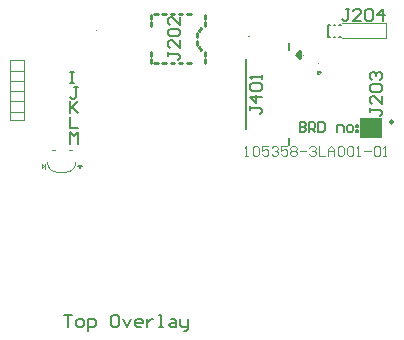
<source format=gbr>
G04 Layer_Color=65535*
%FSLAX45Y45*%
%MOMM*%
%TF.FileFunction,Legend,Top*%
%TF.Part,Single*%
%TFFileComment,The blind Vias under BGA and Other Pads are Via-In-Pad (VIP)*%
G01*
G75*
%TA.AperFunction,NonConductor*%
%ADD38C,0.10000*%
%ADD39C,0.15000*%
%ADD90C,0.20000*%
%ADD145C,0.25400*%
%ADD146R,1.94900X1.75900*%
D38*
X17295Y-1197960D02*
G03*
X101843Y-1112598I2254J82319D01*
G01*
X-137742Y-1113413D02*
G03*
X-52380Y-1197960I82319J-2254D01*
G01*
X2031960Y-211750D02*
G03*
X2031960Y-211750I-5000J0D01*
G01*
X285629Y6386D02*
G03*
X285629Y6386I-5000J0D01*
G01*
X1572236Y-45541D02*
G03*
X1572236Y-45541I-5000J0D01*
G01*
X2160120Y-274980D02*
G03*
X2160120Y-274980I-5000J0D01*
G01*
X-452395Y-594482D02*
X-333495D01*
X-452495Y-340900D02*
X-333295D01*
X-452895Y-426600D02*
X-333595D01*
X-452795Y-508800D02*
X-333000D01*
X-452695Y-684100D02*
X-333100D01*
X-452795Y-758800D02*
Y-248782D01*
X-333100D01*
Y-758800D02*
Y-248782D01*
X-452795Y-758800D02*
X-333100D01*
X-52380Y-1197960D02*
X19549D01*
X-101304Y-1007960D02*
X-74880D01*
X45120D02*
X69426D01*
X-185562Y-1164929D02*
Y-1129297D01*
X-167746Y-1147113D01*
X-185562Y-1164929D02*
X-167746Y-1147113D01*
X-160448Y-1170724D02*
Y-1127365D01*
X2731063Y-63927D02*
Y66073D01*
X2356063D02*
X2731063D01*
X2356063Y-63927D02*
X2731063D01*
X2154120Y-356980D02*
Y-336980D01*
X2144120Y-349480D02*
X2174120D01*
X2141620Y-336980D02*
X2164120D01*
X2141620Y-361980D02*
Y-336980D01*
Y-361980D02*
X2164120D01*
X2176620Y-349480D01*
X2164120Y-336980D02*
X2176620Y-349480D01*
X1532900Y-1056700D02*
X1559558D01*
X1546229D01*
Y-976726D01*
X1532900Y-990055D01*
X1599545D02*
X1612874Y-976726D01*
X1639532D01*
X1652861Y-990055D01*
Y-1043371D01*
X1639532Y-1056700D01*
X1612874D01*
X1599545Y-1043371D01*
Y-990055D01*
X1732835Y-976726D02*
X1679519D01*
Y-1016713D01*
X1706177Y-1003384D01*
X1719507D01*
X1732835Y-1016713D01*
Y-1043371D01*
X1719507Y-1056700D01*
X1692849D01*
X1679519Y-1043371D01*
X1759494Y-990055D02*
X1772823Y-976726D01*
X1799481D01*
X1812810Y-990055D01*
Y-1003384D01*
X1799481Y-1016713D01*
X1786152D01*
X1799481D01*
X1812810Y-1030042D01*
Y-1043371D01*
X1799481Y-1056700D01*
X1772823D01*
X1759494Y-1043371D01*
X1892784Y-976726D02*
X1839468D01*
Y-1016713D01*
X1866126Y-1003384D01*
X1879455D01*
X1892784Y-1016713D01*
Y-1043371D01*
X1879455Y-1056700D01*
X1852797D01*
X1839468Y-1043371D01*
X1919442Y-990055D02*
X1932771Y-976726D01*
X1959429D01*
X1972758Y-990055D01*
Y-1003384D01*
X1959429Y-1016713D01*
X1972758Y-1030042D01*
Y-1043371D01*
X1959429Y-1056700D01*
X1932771D01*
X1919442Y-1043371D01*
Y-1030042D01*
X1932771Y-1016713D01*
X1919442Y-1003384D01*
Y-990055D01*
X1932771Y-1016713D02*
X1959429D01*
X1999416D02*
X2052732D01*
X2079390Y-990055D02*
X2092719Y-976726D01*
X2119378D01*
X2132706Y-990055D01*
Y-1003384D01*
X2119378Y-1016713D01*
X2106048D01*
X2119378D01*
X2132706Y-1030042D01*
Y-1043371D01*
X2119378Y-1056700D01*
X2092719D01*
X2079390Y-1043371D01*
X2159364Y-976726D02*
Y-1056700D01*
X2212681D01*
X2239339D02*
Y-1003384D01*
X2265997Y-976726D01*
X2292655Y-1003384D01*
Y-1056700D01*
Y-1016713D01*
X2239339D01*
X2319313Y-990055D02*
X2332642Y-976726D01*
X2359300D01*
X2372629Y-990055D01*
Y-1043371D01*
X2359300Y-1056700D01*
X2332642D01*
X2319313Y-1043371D01*
Y-990055D01*
X2399287D02*
X2412616Y-976726D01*
X2439274D01*
X2452603Y-990055D01*
Y-1043371D01*
X2439274Y-1056700D01*
X2412616D01*
X2399287Y-1043371D01*
Y-990055D01*
X2479261Y-1056700D02*
X2505919D01*
X2492590D01*
Y-976726D01*
X2479261Y-990055D01*
X2545907Y-1016713D02*
X2599223D01*
X2625881Y-990055D02*
X2639210Y-976726D01*
X2665868D01*
X2679197Y-990055D01*
Y-1043371D01*
X2665868Y-1056700D01*
X2639210D01*
X2625881Y-1043371D01*
Y-990055D01*
X2705855Y-1056700D02*
X2732513D01*
X2719184D01*
Y-976726D01*
X2705855Y-990055D01*
D39*
X1909000Y-160000D02*
Y-100000D01*
X881661Y-180969D02*
Y-214292D01*
Y-197630D01*
X964968D01*
X981629Y-214292D01*
Y-230953D01*
X964968Y-247614D01*
X981629Y-81001D02*
Y-147646D01*
X914984Y-81001D01*
X898323D01*
X881661Y-97662D01*
Y-130985D01*
X898323Y-147646D01*
Y-47679D02*
X881661Y-31017D01*
Y2305D01*
X898323Y18966D01*
X964968D01*
X981629Y2305D01*
Y-31017D01*
X964968Y-47679D01*
X898323D01*
X981629Y118934D02*
Y52289D01*
X914984Y118934D01*
X898323D01*
X881661Y102273D01*
Y68951D01*
X898323Y52289D01*
X2419535Y182602D02*
X2386212D01*
X2402874D01*
Y99295D01*
X2386212Y82634D01*
X2369551D01*
X2352890Y99295D01*
X2519503Y82634D02*
X2452858D01*
X2519503Y149279D01*
Y165940D01*
X2502842Y182602D01*
X2469519D01*
X2452858Y165940D01*
X2552825D02*
X2569487Y182602D01*
X2602809D01*
X2619471Y165940D01*
Y99295D01*
X2602809Y82634D01*
X2569487D01*
X2552825Y99295D01*
Y165940D01*
X2702777Y82634D02*
Y182602D01*
X2652793Y132618D01*
X2719438D01*
X2594899Y-651933D02*
Y-685256D01*
Y-668595D01*
X2678206D01*
X2694867Y-685256D01*
Y-701917D01*
X2678206Y-718578D01*
X2694867Y-551966D02*
Y-618611D01*
X2628222Y-551966D01*
X2611561D01*
X2594899Y-568627D01*
Y-601949D01*
X2611561Y-618611D01*
Y-518643D02*
X2594899Y-501981D01*
Y-468659D01*
X2611561Y-451998D01*
X2678206D01*
X2694867Y-468659D01*
Y-501981D01*
X2678206Y-518643D01*
X2611561D01*
Y-418675D02*
X2594899Y-402014D01*
Y-368691D01*
X2611561Y-352030D01*
X2628222D01*
X2644883Y-368691D01*
Y-385353D01*
Y-368691D01*
X2661545Y-352030D01*
X2678206D01*
X2694867Y-368691D01*
Y-402014D01*
X2678206Y-418675D01*
X1578340Y-640886D02*
Y-674209D01*
Y-657548D01*
X1661646D01*
X1678308Y-674209D01*
Y-690870D01*
X1661646Y-707531D01*
X1678308Y-557580D02*
X1578340D01*
X1628324Y-607564D01*
Y-540919D01*
X1595001Y-507596D02*
X1578340Y-490935D01*
Y-457612D01*
X1595001Y-440951D01*
X1661646D01*
X1678308Y-457612D01*
Y-490935D01*
X1661646Y-507596D01*
X1595001D01*
X1678308Y-407628D02*
Y-374306D01*
Y-390967D01*
X1578340D01*
X1595001Y-407628D01*
X1996900Y-774226D02*
Y-854200D01*
X2036887D01*
X2050216Y-840871D01*
Y-827542D01*
X2036887Y-814213D01*
X1996900D01*
X2036887D01*
X2050216Y-800884D01*
Y-787555D01*
X2036887Y-774226D01*
X1996900D01*
X2076874Y-854200D02*
Y-774226D01*
X2116861D01*
X2130190Y-787555D01*
Y-814213D01*
X2116861Y-827542D01*
X2076874D01*
X2103532D02*
X2130190Y-854200D01*
X2156848Y-774226D02*
Y-854200D01*
X2196836D01*
X2210164Y-840871D01*
Y-787555D01*
X2196836Y-774226D01*
X2156848D01*
X2316797Y-854200D02*
Y-800884D01*
X2356784D01*
X2370113Y-814213D01*
Y-854200D01*
X2410100D02*
X2436758D01*
X2450087Y-840871D01*
Y-814213D01*
X2436758Y-800884D01*
X2410100D01*
X2396771Y-814213D01*
Y-840871D01*
X2410100Y-854200D01*
X2476745Y-800884D02*
X2490074D01*
Y-814213D01*
X2476745D01*
Y-800884D01*
Y-840871D02*
X2490074D01*
Y-854200D01*
X2476745D01*
Y-840871D01*
X53800Y-955100D02*
Y-855132D01*
X87123Y-888455D01*
X120445Y-855132D01*
Y-955100D01*
X53800Y-726332D02*
Y-826300D01*
X120445D01*
X53800Y-598732D02*
Y-698700D01*
Y-665377D01*
X120445Y-598732D01*
X70461Y-648716D01*
X120445Y-698700D01*
Y-477432D02*
X87123D01*
X103784D01*
Y-560739D01*
X87123Y-577400D01*
X70461D01*
X53800Y-560739D01*
Y-344986D02*
X87123D01*
X70461D01*
Y-444954D01*
X53800D01*
X87123D01*
X4431Y-2408711D02*
X71076D01*
X37753D01*
Y-2508678D01*
X121060D02*
X154382D01*
X171044Y-2492017D01*
Y-2458695D01*
X154382Y-2442033D01*
X121060D01*
X104399Y-2458695D01*
Y-2492017D01*
X121060Y-2508678D01*
X204366Y-2542001D02*
Y-2442033D01*
X254350D01*
X271011Y-2458695D01*
Y-2492017D01*
X254350Y-2508678D01*
X204366D01*
X454286Y-2408711D02*
X420963D01*
X404302Y-2425372D01*
Y-2492017D01*
X420963Y-2508678D01*
X454286D01*
X470947Y-2492017D01*
Y-2425372D01*
X454286Y-2408711D01*
X504270Y-2442033D02*
X537592Y-2508678D01*
X570915Y-2442033D01*
X654221Y-2508678D02*
X620899D01*
X604238Y-2492017D01*
Y-2458695D01*
X620899Y-2442033D01*
X654221D01*
X670883Y-2458695D01*
Y-2475356D01*
X604238D01*
X704205Y-2442033D02*
Y-2508678D01*
Y-2475356D01*
X720867Y-2458695D01*
X737528Y-2442033D01*
X754189D01*
X804173Y-2508678D02*
X837496D01*
X820835D01*
Y-2408711D01*
X804173D01*
X904141Y-2442033D02*
X937463D01*
X954125Y-2458695D01*
Y-2508678D01*
X904141D01*
X887480Y-2492017D01*
X904141Y-2475356D01*
X954125D01*
X987447Y-2442033D02*
Y-2492017D01*
X1004109Y-2508678D01*
X1054092D01*
Y-2525340D01*
X1037431Y-2542001D01*
X1020770D01*
X1054092Y-2508678D02*
Y-2442033D01*
D90*
X1544000Y-835000D02*
Y-235000D01*
X1909000Y-970000D02*
Y-910000D01*
X138286Y-1162000D02*
Y-1133697D01*
X123519Y-1148464D02*
X151822D01*
X2238563Y-48927D02*
Y51073D01*
X2258563D01*
X2288563D02*
X2298563D01*
X2238563Y-48927D02*
X2258563D01*
X2288563D02*
X2298563Y-48927D01*
X2328563Y51073D02*
X2348563D01*
X2328563Y-48927D02*
X2348563D01*
D145*
X2788312Y-771145D02*
G03*
X2788312Y-771145I-12748J0D01*
G01*
X1145129Y386D02*
X1165129Y20386D01*
X1145129Y-139614D02*
X1165129Y-159614D01*
X1045129Y140386D02*
X1075129D01*
X975129D02*
X1005129D01*
X905129D02*
X935129D01*
X835129D02*
X865129D01*
X765129D02*
X795129D01*
X1195129Y100386D02*
Y130386D01*
Y40386D02*
Y70386D01*
X1125129Y-49614D02*
Y-19614D01*
X1125129Y-119614D02*
Y-89614D01*
X1195129Y-209614D02*
Y-179614D01*
Y-269614D02*
Y-239614D01*
X735129Y100386D02*
Y130386D01*
Y40386D02*
Y70386D01*
Y-269614D02*
Y-239614D01*
X765129Y-269614D02*
X795129D01*
X835129D02*
X865129D01*
X905129D02*
X935129D01*
X975129D02*
X1005129D01*
X1045129D02*
X1075129D01*
X735129Y-209614D02*
Y-179614D01*
X1966500Y-202500D02*
X1996500Y-232500D01*
X1966500Y-202500D02*
X1996500Y-172500D01*
Y-232500D02*
Y-172500D01*
D146*
X2604950Y-826850D02*
D03*
%TF.MD5,4060582a628cbe0db2d691e8a433825b*%
M02*

</source>
